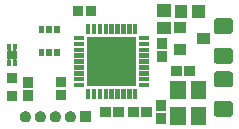
<source format=gts>
G04 #@! TF.GenerationSoftware,KiCad,Pcbnew,5.0.0-rc3+dfsg1-2*
G04 #@! TF.CreationDate,2018-08-09T17:57:03+09:00*
G04 #@! TF.ProjectId,fst-01,6673742D30312E6B696361645F706362,rev?*
G04 #@! TF.SameCoordinates,PX791ddc0PY5e69114*
G04 #@! TF.FileFunction,Soldermask,Top*
G04 #@! TF.FilePolarity,Negative*
%FSLAX46Y46*%
G04 Gerber Fmt 4.6, Leading zero omitted, Abs format (unit mm)*
G04 Created by KiCad (PCBNEW 5.0.0-rc3+dfsg1-2) date Thu Aug  9 17:57:03 2018*
%MOMM*%
%LPD*%
G01*
G04 APERTURE LIST*
%ADD10C,0.150000*%
G04 APERTURE END LIST*
D10*
G36*
X-676000Y-4878020D02*
X-2022200Y-4878020D01*
X-2022200Y-3328620D01*
X-676000Y-3328620D01*
X-676000Y-4878020D01*
X-676000Y-4878020D01*
G37*
G36*
X-2377800Y-4878020D02*
X-3724000Y-4878020D01*
X-3724000Y-3328620D01*
X-2377800Y-3328620D01*
X-2377800Y-4878020D01*
X-2377800Y-4878020D01*
G37*
G36*
X-4124550Y-4809340D02*
X-4975450Y-4809340D01*
X-4975450Y-3894940D01*
X-4124550Y-3894940D01*
X-4124550Y-4809340D01*
X-4124550Y-4809340D01*
G37*
G36*
X-15863098Y-3720400D02*
X-15831083Y-3733661D01*
X-15776436Y-3756296D01*
X-15776435Y-3756297D01*
X-15698440Y-3808411D01*
X-15632111Y-3874740D01*
X-15595487Y-3929553D01*
X-15579996Y-3952736D01*
X-15573887Y-3967485D01*
X-15544100Y-4039398D01*
X-15525800Y-4131398D01*
X-15525800Y-4225202D01*
X-15544100Y-4317202D01*
X-15544102Y-4317206D01*
X-15579996Y-4403864D01*
X-15579997Y-4403865D01*
X-15632111Y-4481860D01*
X-15698440Y-4548189D01*
X-15757003Y-4587319D01*
X-15776436Y-4600304D01*
X-15831083Y-4622939D01*
X-15863098Y-4636200D01*
X-15955098Y-4654500D01*
X-16048902Y-4654500D01*
X-16140902Y-4636200D01*
X-16172917Y-4622939D01*
X-16227564Y-4600304D01*
X-16246997Y-4587319D01*
X-16305560Y-4548189D01*
X-16371889Y-4481860D01*
X-16424003Y-4403865D01*
X-16424004Y-4403864D01*
X-16459898Y-4317206D01*
X-16459900Y-4317202D01*
X-16478200Y-4225202D01*
X-16478200Y-4131398D01*
X-16459900Y-4039398D01*
X-16430113Y-3967485D01*
X-16424004Y-3952736D01*
X-16408513Y-3929553D01*
X-16371889Y-3874740D01*
X-16305560Y-3808411D01*
X-16227565Y-3756297D01*
X-16227564Y-3756296D01*
X-16172917Y-3733661D01*
X-16140902Y-3720400D01*
X-16048902Y-3702100D01*
X-15955098Y-3702100D01*
X-15863098Y-3720400D01*
X-15863098Y-3720400D01*
G37*
G36*
X-14593098Y-3720400D02*
X-14561083Y-3733661D01*
X-14506436Y-3756296D01*
X-14506435Y-3756297D01*
X-14428440Y-3808411D01*
X-14362111Y-3874740D01*
X-14325487Y-3929553D01*
X-14309996Y-3952736D01*
X-14303887Y-3967485D01*
X-14274100Y-4039398D01*
X-14255800Y-4131398D01*
X-14255800Y-4225202D01*
X-14274100Y-4317202D01*
X-14274102Y-4317206D01*
X-14309996Y-4403864D01*
X-14309997Y-4403865D01*
X-14362111Y-4481860D01*
X-14428440Y-4548189D01*
X-14487003Y-4587319D01*
X-14506436Y-4600304D01*
X-14561083Y-4622939D01*
X-14593098Y-4636200D01*
X-14685098Y-4654500D01*
X-14778902Y-4654500D01*
X-14870902Y-4636200D01*
X-14902917Y-4622939D01*
X-14957564Y-4600304D01*
X-14976997Y-4587319D01*
X-15035560Y-4548189D01*
X-15101889Y-4481860D01*
X-15154003Y-4403865D01*
X-15154004Y-4403864D01*
X-15189898Y-4317206D01*
X-15189900Y-4317202D01*
X-15208200Y-4225202D01*
X-15208200Y-4131398D01*
X-15189900Y-4039398D01*
X-15160113Y-3967485D01*
X-15154004Y-3952736D01*
X-15138513Y-3929553D01*
X-15101889Y-3874740D01*
X-15035560Y-3808411D01*
X-14957565Y-3756297D01*
X-14957564Y-3756296D01*
X-14902917Y-3733661D01*
X-14870902Y-3720400D01*
X-14778902Y-3702100D01*
X-14685098Y-3702100D01*
X-14593098Y-3720400D01*
X-14593098Y-3720400D01*
G37*
G36*
X-13323098Y-3720400D02*
X-13291083Y-3733661D01*
X-13236436Y-3756296D01*
X-13236435Y-3756297D01*
X-13158440Y-3808411D01*
X-13092111Y-3874740D01*
X-13055487Y-3929553D01*
X-13039996Y-3952736D01*
X-13033887Y-3967485D01*
X-13004100Y-4039398D01*
X-12985800Y-4131398D01*
X-12985800Y-4225202D01*
X-13004100Y-4317202D01*
X-13004102Y-4317206D01*
X-13039996Y-4403864D01*
X-13039997Y-4403865D01*
X-13092111Y-4481860D01*
X-13158440Y-4548189D01*
X-13217003Y-4587319D01*
X-13236436Y-4600304D01*
X-13291083Y-4622939D01*
X-13323098Y-4636200D01*
X-13415098Y-4654500D01*
X-13508902Y-4654500D01*
X-13600902Y-4636200D01*
X-13632917Y-4622939D01*
X-13687564Y-4600304D01*
X-13706997Y-4587319D01*
X-13765560Y-4548189D01*
X-13831889Y-4481860D01*
X-13884003Y-4403865D01*
X-13884004Y-4403864D01*
X-13919898Y-4317206D01*
X-13919900Y-4317202D01*
X-13938200Y-4225202D01*
X-13938200Y-4131398D01*
X-13919900Y-4039398D01*
X-13890113Y-3967485D01*
X-13884004Y-3952736D01*
X-13868513Y-3929553D01*
X-13831889Y-3874740D01*
X-13765560Y-3808411D01*
X-13687565Y-3756297D01*
X-13687564Y-3756296D01*
X-13632917Y-3733661D01*
X-13600902Y-3720400D01*
X-13508902Y-3702100D01*
X-13415098Y-3702100D01*
X-13323098Y-3720400D01*
X-13323098Y-3720400D01*
G37*
G36*
X-12053098Y-3720400D02*
X-12021083Y-3733661D01*
X-11966436Y-3756296D01*
X-11966435Y-3756297D01*
X-11888440Y-3808411D01*
X-11822111Y-3874740D01*
X-11785487Y-3929553D01*
X-11769996Y-3952736D01*
X-11763887Y-3967485D01*
X-11734100Y-4039398D01*
X-11715800Y-4131398D01*
X-11715800Y-4225202D01*
X-11734100Y-4317202D01*
X-11734102Y-4317206D01*
X-11769996Y-4403864D01*
X-11769997Y-4403865D01*
X-11822111Y-4481860D01*
X-11888440Y-4548189D01*
X-11947003Y-4587319D01*
X-11966436Y-4600304D01*
X-12021083Y-4622939D01*
X-12053098Y-4636200D01*
X-12145098Y-4654500D01*
X-12238902Y-4654500D01*
X-12330902Y-4636200D01*
X-12362917Y-4622939D01*
X-12417564Y-4600304D01*
X-12436997Y-4587319D01*
X-12495560Y-4548189D01*
X-12561889Y-4481860D01*
X-12614003Y-4403865D01*
X-12614004Y-4403864D01*
X-12649898Y-4317206D01*
X-12649900Y-4317202D01*
X-12668200Y-4225202D01*
X-12668200Y-4131398D01*
X-12649900Y-4039398D01*
X-12620113Y-3967485D01*
X-12614004Y-3952736D01*
X-12598513Y-3929553D01*
X-12561889Y-3874740D01*
X-12495560Y-3808411D01*
X-12417565Y-3756297D01*
X-12417564Y-3756296D01*
X-12362917Y-3733661D01*
X-12330902Y-3720400D01*
X-12238902Y-3702100D01*
X-12145098Y-3702100D01*
X-12053098Y-3720400D01*
X-12053098Y-3720400D01*
G37*
G36*
X-10445800Y-4654500D02*
X-11398200Y-4654500D01*
X-11398200Y-3702100D01*
X-10445800Y-3702100D01*
X-10445800Y-4654500D01*
X-10445800Y-4654500D01*
G37*
G36*
X-7694160Y-4178950D02*
X-8608560Y-4178950D01*
X-8608560Y-3328050D01*
X-7694160Y-3328050D01*
X-7694160Y-4178950D01*
X-7694160Y-4178950D01*
G37*
G36*
X-5294160Y-4178950D02*
X-6208560Y-4178950D01*
X-6208560Y-3328050D01*
X-5294160Y-3328050D01*
X-5294160Y-4178950D01*
X-5294160Y-4178950D01*
G37*
G36*
X-6391440Y-4178950D02*
X-7305840Y-4178950D01*
X-7305840Y-3328050D01*
X-6391440Y-3328050D01*
X-6391440Y-4178950D01*
X-6391440Y-4178950D01*
G37*
G36*
X-8791440Y-4178950D02*
X-9705840Y-4178950D01*
X-9705840Y-3328050D01*
X-8791440Y-3328050D01*
X-8791440Y-4178950D01*
X-8791440Y-4178950D01*
G37*
G36*
X1329553Y-2829988D02*
X1386968Y-2847404D01*
X1439877Y-2875684D01*
X1486254Y-2913746D01*
X1524316Y-2960123D01*
X1552596Y-3013032D01*
X1570012Y-3070447D01*
X1576200Y-3133267D01*
X1576200Y-3866733D01*
X1570012Y-3929553D01*
X1552596Y-3986968D01*
X1524316Y-4039877D01*
X1486254Y-4086254D01*
X1439877Y-4124316D01*
X1386968Y-4152596D01*
X1329553Y-4170012D01*
X1266733Y-4176200D01*
X233267Y-4176200D01*
X170447Y-4170012D01*
X113032Y-4152596D01*
X60123Y-4124316D01*
X13746Y-4086254D01*
X-24316Y-4039877D01*
X-52596Y-3986968D01*
X-70012Y-3929553D01*
X-76200Y-3866733D01*
X-76200Y-3133267D01*
X-70012Y-3070447D01*
X-52596Y-3013032D01*
X-24316Y-2960123D01*
X13746Y-2913746D01*
X60123Y-2875684D01*
X113032Y-2847404D01*
X170447Y-2829988D01*
X233267Y-2823800D01*
X1266733Y-2823800D01*
X1329553Y-2829988D01*
X1329553Y-2829988D01*
G37*
G36*
X-4124550Y-3712060D02*
X-4975450Y-3712060D01*
X-4975450Y-2797660D01*
X-4124550Y-2797660D01*
X-4124550Y-3712060D01*
X-4124550Y-3712060D01*
G37*
G36*
X-15374550Y-2859340D02*
X-16225450Y-2859340D01*
X-16225450Y-1944940D01*
X-15374550Y-1944940D01*
X-15374550Y-2859340D01*
X-15374550Y-2859340D01*
G37*
G36*
X-16673800Y-2829000D02*
X-17526200Y-2829000D01*
X-17526200Y-1976600D01*
X-16673800Y-1976600D01*
X-16673800Y-2829000D01*
X-16673800Y-2829000D01*
G37*
G36*
X-12574550Y-2783840D02*
X-13425450Y-2783840D01*
X-13425450Y-1869440D01*
X-12574550Y-1869440D01*
X-12574550Y-2783840D01*
X-12574550Y-2783840D01*
G37*
G36*
X-10515000Y-2703500D02*
X-10885000Y-2703500D01*
X-10885000Y-1853500D01*
X-10515000Y-1853500D01*
X-10515000Y-2703500D01*
X-10515000Y-2703500D01*
G37*
G36*
X-10015000Y-2703500D02*
X-10385000Y-2703500D01*
X-10385000Y-1853500D01*
X-10015000Y-1853500D01*
X-10015000Y-2703500D01*
X-10015000Y-2703500D01*
G37*
G36*
X-7515000Y-2703500D02*
X-7885000Y-2703500D01*
X-7885000Y-1853500D01*
X-7515000Y-1853500D01*
X-7515000Y-2703500D01*
X-7515000Y-2703500D01*
G37*
G36*
X-9515000Y-2703500D02*
X-9885000Y-2703500D01*
X-9885000Y-1853500D01*
X-9515000Y-1853500D01*
X-9515000Y-2703500D01*
X-9515000Y-2703500D01*
G37*
G36*
X-9015000Y-2703500D02*
X-9385000Y-2703500D01*
X-9385000Y-1853500D01*
X-9015000Y-1853500D01*
X-9015000Y-2703500D01*
X-9015000Y-2703500D01*
G37*
G36*
X-8515000Y-2703500D02*
X-8885000Y-2703500D01*
X-8885000Y-1853500D01*
X-8515000Y-1853500D01*
X-8515000Y-2703500D01*
X-8515000Y-2703500D01*
G37*
G36*
X-7015000Y-2703500D02*
X-7385000Y-2703500D01*
X-7385000Y-1853500D01*
X-7015000Y-1853500D01*
X-7015000Y-2703500D01*
X-7015000Y-2703500D01*
G37*
G36*
X-6515000Y-2703500D02*
X-6885000Y-2703500D01*
X-6885000Y-1853500D01*
X-6515000Y-1853500D01*
X-6515000Y-2703500D01*
X-6515000Y-2703500D01*
G37*
G36*
X-8015000Y-2703500D02*
X-8385000Y-2703500D01*
X-8385000Y-1853500D01*
X-8015000Y-1853500D01*
X-8015000Y-2703500D01*
X-8015000Y-2703500D01*
G37*
G36*
X-2377800Y-2678380D02*
X-3724000Y-2678380D01*
X-3724000Y-1128980D01*
X-2377800Y-1128980D01*
X-2377800Y-2678380D01*
X-2377800Y-2678380D01*
G37*
G36*
X-676000Y-2678380D02*
X-2022200Y-2678380D01*
X-2022200Y-1128980D01*
X-676000Y-1128980D01*
X-676000Y-2678380D01*
X-676000Y-2678380D01*
G37*
G36*
X-15374550Y-1762060D02*
X-16225450Y-1762060D01*
X-16225450Y-847660D01*
X-15374550Y-847660D01*
X-15374550Y-1762060D01*
X-15374550Y-1762060D01*
G37*
G36*
X-5500000Y-1688500D02*
X-6350000Y-1688500D01*
X-6350000Y-1318500D01*
X-5500000Y-1318500D01*
X-5500000Y-1688500D01*
X-5500000Y-1688500D01*
G37*
G36*
X-11050000Y-1688500D02*
X-11900000Y-1688500D01*
X-11900000Y-1318500D01*
X-11050000Y-1318500D01*
X-11050000Y-1688500D01*
X-11050000Y-1688500D01*
G37*
G36*
X-12574550Y-1686560D02*
X-13425450Y-1686560D01*
X-13425450Y-772160D01*
X-12574550Y-772160D01*
X-12574550Y-1686560D01*
X-12574550Y-1686560D01*
G37*
G36*
X1329553Y-329988D02*
X1386968Y-347404D01*
X1439877Y-375684D01*
X1486254Y-413746D01*
X1524316Y-460123D01*
X1552596Y-513032D01*
X1570012Y-570447D01*
X1576200Y-633267D01*
X1576200Y-1366733D01*
X1570012Y-1429553D01*
X1552596Y-1486968D01*
X1524316Y-1539877D01*
X1486254Y-1586254D01*
X1439877Y-1624316D01*
X1386968Y-1652596D01*
X1329553Y-1670012D01*
X1266733Y-1676200D01*
X233267Y-1676200D01*
X170447Y-1670012D01*
X113032Y-1652596D01*
X60123Y-1624316D01*
X13746Y-1586254D01*
X-24316Y-1539877D01*
X-52596Y-1486968D01*
X-70012Y-1429553D01*
X-76200Y-1366733D01*
X-76200Y-633267D01*
X-70012Y-570447D01*
X-52596Y-513032D01*
X-24316Y-460123D01*
X13746Y-413746D01*
X60123Y-375684D01*
X113032Y-347404D01*
X170447Y-329988D01*
X233267Y-323800D01*
X1266733Y-323800D01*
X1329553Y-329988D01*
X1329553Y-329988D01*
G37*
G36*
X-6650000Y-1553500D02*
X-10750000Y-1553500D01*
X-10750000Y2546500D01*
X-6650000Y2546500D01*
X-6650000Y-1553500D01*
X-6650000Y-1553500D01*
G37*
G36*
X-16673800Y-1330400D02*
X-17526200Y-1330400D01*
X-17526200Y-478000D01*
X-16673800Y-478000D01*
X-16673800Y-1330400D01*
X-16673800Y-1330400D01*
G37*
G36*
X-11050000Y-1188500D02*
X-11900000Y-1188500D01*
X-11900000Y-818500D01*
X-11050000Y-818500D01*
X-11050000Y-1188500D01*
X-11050000Y-1188500D01*
G37*
G36*
X-5500000Y-1188500D02*
X-6350000Y-1188500D01*
X-6350000Y-818500D01*
X-5500000Y-818500D01*
X-5500000Y-1188500D01*
X-5500000Y-1188500D01*
G37*
G36*
X-2741440Y-728950D02*
X-3655840Y-728950D01*
X-3655840Y121950D01*
X-2741440Y121950D01*
X-2741440Y-728950D01*
X-2741440Y-728950D01*
G37*
G36*
X-1644160Y-728950D02*
X-2558560Y-728950D01*
X-2558560Y121950D01*
X-1644160Y121950D01*
X-1644160Y-728950D01*
X-1644160Y-728950D01*
G37*
G36*
X-5500000Y-688500D02*
X-6350000Y-688500D01*
X-6350000Y-318500D01*
X-5500000Y-318500D01*
X-5500000Y-688500D01*
X-5500000Y-688500D01*
G37*
G36*
X-11050000Y-688500D02*
X-11900000Y-688500D01*
X-11900000Y-318500D01*
X-11050000Y-318500D01*
X-11050000Y-688500D01*
X-11050000Y-688500D01*
G37*
G36*
X-11050000Y-188500D02*
X-11900000Y-188500D01*
X-11900000Y181500D01*
X-11050000Y181500D01*
X-11050000Y-188500D01*
X-11050000Y-188500D01*
G37*
G36*
X-5500000Y-188500D02*
X-6350000Y-188500D01*
X-6350000Y181500D01*
X-5500000Y181500D01*
X-5500000Y-188500D01*
X-5500000Y-188500D01*
G37*
G36*
X-17273898Y2015572D02*
X-17264904Y2012844D01*
X-17256614Y2008413D01*
X-17249349Y2002451D01*
X-17243387Y1995186D01*
X-17238956Y1986896D01*
X-17236228Y1977902D01*
X-17235000Y1965434D01*
X-17235000Y1568166D01*
X-17236228Y1555698D01*
X-17238956Y1546704D01*
X-17243387Y1538414D01*
X-17249349Y1531149D01*
X-17251499Y1529385D01*
X-17260301Y1520583D01*
X-17267217Y1510233D01*
X-17271980Y1498732D01*
X-17274408Y1486523D01*
X-17274408Y1474075D01*
X-17271979Y1461866D01*
X-17267215Y1450365D01*
X-17260299Y1440015D01*
X-17251497Y1431213D01*
X-17241147Y1424297D01*
X-17229646Y1419534D01*
X-17211214Y1416800D01*
X-17078786Y1416800D01*
X-17066398Y1418020D01*
X-17054486Y1421634D01*
X-17043507Y1427502D01*
X-17033885Y1435399D01*
X-17025988Y1445021D01*
X-17020120Y1456000D01*
X-17016506Y1467912D01*
X-17015286Y1480300D01*
X-17016506Y1492688D01*
X-17020120Y1504600D01*
X-17025988Y1515579D01*
X-17038501Y1529385D01*
X-17040651Y1531149D01*
X-17046613Y1538414D01*
X-17051044Y1546704D01*
X-17053772Y1555698D01*
X-17055000Y1568166D01*
X-17055000Y1965434D01*
X-17053772Y1977902D01*
X-17051044Y1986896D01*
X-17046613Y1995186D01*
X-17040651Y2002451D01*
X-17033386Y2008413D01*
X-17025096Y2012844D01*
X-17016102Y2015572D01*
X-17003634Y2016800D01*
X-16786366Y2016800D01*
X-16773898Y2015572D01*
X-16764904Y2012844D01*
X-16756614Y2008413D01*
X-16749349Y2002451D01*
X-16743387Y1995186D01*
X-16738956Y1986896D01*
X-16736228Y1977902D01*
X-16735000Y1965434D01*
X-16735000Y1568166D01*
X-16736228Y1555698D01*
X-16738956Y1546704D01*
X-16743387Y1538414D01*
X-16749349Y1531149D01*
X-16756614Y1525187D01*
X-16764902Y1520757D01*
X-16767520Y1519963D01*
X-16779021Y1515200D01*
X-16789372Y1508285D01*
X-16798175Y1499483D01*
X-16805091Y1489133D01*
X-16809856Y1477633D01*
X-16812285Y1465424D01*
X-16812286Y1452976D01*
X-16809858Y1440767D01*
X-16805095Y1429266D01*
X-16798180Y1418915D01*
X-16789378Y1410112D01*
X-16779025Y1403194D01*
X-16758835Y1392402D01*
X-16737174Y1374626D01*
X-16719398Y1352965D01*
X-16706189Y1328252D01*
X-16698054Y1301435D01*
X-16695000Y1270432D01*
X-16695000Y863168D01*
X-16698054Y832165D01*
X-16706189Y805348D01*
X-16719398Y780635D01*
X-16737174Y758974D01*
X-16758835Y741198D01*
X-16779025Y730406D01*
X-16789376Y723490D01*
X-16798178Y714687D01*
X-16805093Y704337D01*
X-16809857Y692836D01*
X-16812285Y680627D01*
X-16812285Y668179D01*
X-16809856Y655970D01*
X-16805093Y644470D01*
X-16798177Y634119D01*
X-16789374Y625317D01*
X-16779024Y618402D01*
X-16767520Y613637D01*
X-16764902Y612843D01*
X-16756614Y608413D01*
X-16749349Y602451D01*
X-16743387Y595186D01*
X-16738956Y586896D01*
X-16736228Y577902D01*
X-16735000Y565434D01*
X-16735000Y168166D01*
X-16736228Y155698D01*
X-16738956Y146704D01*
X-16743387Y138414D01*
X-16749349Y131149D01*
X-16756614Y125187D01*
X-16764904Y120756D01*
X-16773898Y118028D01*
X-16786366Y116800D01*
X-17003634Y116800D01*
X-17016102Y118028D01*
X-17025096Y120756D01*
X-17033386Y125187D01*
X-17040651Y131149D01*
X-17046613Y138414D01*
X-17051044Y146704D01*
X-17053772Y155698D01*
X-17055000Y168166D01*
X-17055000Y565434D01*
X-17053772Y577902D01*
X-17051044Y586896D01*
X-17046613Y595186D01*
X-17040651Y602451D01*
X-17038501Y604215D01*
X-17029699Y613017D01*
X-17022783Y623367D01*
X-17018020Y634868D01*
X-17015592Y647077D01*
X-17015592Y659525D01*
X-17018021Y671734D01*
X-17022785Y683235D01*
X-17029701Y693585D01*
X-17038503Y702387D01*
X-17048853Y709303D01*
X-17060354Y714066D01*
X-17078786Y716800D01*
X-17211214Y716800D01*
X-17223602Y715580D01*
X-17235514Y711966D01*
X-17246493Y706098D01*
X-17256115Y698201D01*
X-17264012Y688579D01*
X-17269880Y677600D01*
X-17273494Y665688D01*
X-17274714Y653300D01*
X-17273494Y640912D01*
X-17269880Y629000D01*
X-17264012Y618021D01*
X-17251499Y604215D01*
X-17249349Y602451D01*
X-17243387Y595186D01*
X-17238956Y586896D01*
X-17236228Y577902D01*
X-17235000Y565434D01*
X-17235000Y168166D01*
X-17236228Y155698D01*
X-17238956Y146704D01*
X-17243387Y138414D01*
X-17249349Y131149D01*
X-17256614Y125187D01*
X-17264904Y120756D01*
X-17273898Y118028D01*
X-17286366Y116800D01*
X-17503634Y116800D01*
X-17516102Y118028D01*
X-17525096Y120756D01*
X-17533386Y125187D01*
X-17540651Y131149D01*
X-17546613Y138414D01*
X-17551044Y146704D01*
X-17553772Y155698D01*
X-17555000Y168166D01*
X-17555000Y565434D01*
X-17553772Y577902D01*
X-17551044Y586896D01*
X-17546613Y595186D01*
X-17540651Y602451D01*
X-17533386Y608413D01*
X-17525098Y612843D01*
X-17522480Y613637D01*
X-17510979Y618400D01*
X-17500628Y625315D01*
X-17491825Y634117D01*
X-17484909Y644467D01*
X-17480144Y655967D01*
X-17477715Y668176D01*
X-17477714Y680624D01*
X-17480142Y692833D01*
X-17484905Y704334D01*
X-17491820Y714685D01*
X-17500622Y723488D01*
X-17510975Y730406D01*
X-17531165Y741198D01*
X-17552826Y758974D01*
X-17570602Y780635D01*
X-17583811Y805348D01*
X-17591946Y832165D01*
X-17595000Y863168D01*
X-17595000Y1270432D01*
X-17591946Y1301435D01*
X-17583811Y1328252D01*
X-17570602Y1352965D01*
X-17552826Y1374626D01*
X-17531165Y1392402D01*
X-17510975Y1403194D01*
X-17500624Y1410110D01*
X-17491822Y1418913D01*
X-17484907Y1429263D01*
X-17480143Y1440764D01*
X-17477715Y1452973D01*
X-17477715Y1465421D01*
X-17480144Y1477630D01*
X-17484907Y1489130D01*
X-17491823Y1499481D01*
X-17500626Y1508283D01*
X-17510976Y1515198D01*
X-17522480Y1519963D01*
X-17525098Y1520757D01*
X-17533386Y1525187D01*
X-17540651Y1531149D01*
X-17546613Y1538414D01*
X-17551044Y1546704D01*
X-17553772Y1555698D01*
X-17555000Y1568166D01*
X-17555000Y1965434D01*
X-17553772Y1977902D01*
X-17551044Y1986896D01*
X-17546613Y1995186D01*
X-17540651Y2002451D01*
X-17533386Y2008413D01*
X-17525096Y2012844D01*
X-17516102Y2015572D01*
X-17503634Y2016800D01*
X-17286366Y2016800D01*
X-17273898Y2015572D01*
X-17273898Y2015572D01*
G37*
G36*
X-11050000Y311500D02*
X-11900000Y311500D01*
X-11900000Y681500D01*
X-11050000Y681500D01*
X-11050000Y311500D01*
X-11050000Y311500D01*
G37*
G36*
X-5500000Y311500D02*
X-6350000Y311500D01*
X-6350000Y681500D01*
X-5500000Y681500D01*
X-5500000Y311500D01*
X-5500000Y311500D01*
G37*
G36*
X1329553Y1670012D02*
X1386968Y1652596D01*
X1439877Y1624316D01*
X1486254Y1586254D01*
X1524316Y1539877D01*
X1552596Y1486968D01*
X1570012Y1429553D01*
X1576200Y1366733D01*
X1576200Y633267D01*
X1570012Y570447D01*
X1552596Y513032D01*
X1524316Y460123D01*
X1486254Y413746D01*
X1439877Y375684D01*
X1386968Y347404D01*
X1329553Y329988D01*
X1266733Y323800D01*
X233267Y323800D01*
X170447Y329988D01*
X113032Y347404D01*
X60123Y375684D01*
X13746Y413746D01*
X-24316Y460123D01*
X-52596Y513032D01*
X-70012Y570447D01*
X-76200Y633267D01*
X-76200Y1366733D01*
X-70012Y1429553D01*
X-52596Y1486968D01*
X-24316Y1539877D01*
X13746Y1586254D01*
X60123Y1624316D01*
X113032Y1652596D01*
X170447Y1670012D01*
X233267Y1676200D01*
X1266733Y1676200D01*
X1329553Y1670012D01*
X1329553Y1670012D01*
G37*
G36*
X-3974550Y454660D02*
X-4825450Y454660D01*
X-4825450Y1369060D01*
X-3974550Y1369060D01*
X-3974550Y454660D01*
X-3974550Y454660D01*
G37*
G36*
X-5500000Y811500D02*
X-6350000Y811500D01*
X-6350000Y1181500D01*
X-5500000Y1181500D01*
X-5500000Y811500D01*
X-5500000Y811500D01*
G37*
G36*
X-11050000Y811500D02*
X-11900000Y811500D01*
X-11900000Y1181500D01*
X-11050000Y1181500D01*
X-11050000Y811500D01*
X-11050000Y811500D01*
G37*
G36*
X-13112270Y998250D02*
X-13587250Y998250D01*
X-13587250Y1574830D01*
X-13112270Y1574830D01*
X-13112270Y998250D01*
X-13112270Y998250D01*
G37*
G36*
X-14412750Y998250D02*
X-14887730Y998250D01*
X-14887730Y1574830D01*
X-14412750Y1574830D01*
X-14412750Y998250D01*
X-14412750Y998250D01*
G37*
G36*
X-13762510Y998250D02*
X-14237490Y998250D01*
X-14237490Y1574830D01*
X-13762510Y1574830D01*
X-13762510Y998250D01*
X-13762510Y998250D01*
G37*
G36*
X-2404200Y1012200D02*
X-3456600Y1012200D01*
X-3456600Y1964600D01*
X-2404200Y1964600D01*
X-2404200Y1012200D01*
X-2404200Y1012200D01*
G37*
G36*
X-5500000Y1311500D02*
X-6350000Y1311500D01*
X-6350000Y1681500D01*
X-5500000Y1681500D01*
X-5500000Y1311500D01*
X-5500000Y1311500D01*
G37*
G36*
X-11050000Y1311500D02*
X-11900000Y1311500D01*
X-11900000Y1681500D01*
X-11050000Y1681500D01*
X-11050000Y1311500D01*
X-11050000Y1311500D01*
G37*
G36*
X-3974550Y1551940D02*
X-4825450Y1551940D01*
X-4825450Y2466340D01*
X-3974550Y2466340D01*
X-3974550Y1551940D01*
X-3974550Y1551940D01*
G37*
G36*
X-5500000Y1811500D02*
X-6350000Y1811500D01*
X-6350000Y2181500D01*
X-5500000Y2181500D01*
X-5500000Y1811500D01*
X-5500000Y1811500D01*
G37*
G36*
X-11050000Y1811500D02*
X-11900000Y1811500D01*
X-11900000Y2181500D01*
X-11050000Y2181500D01*
X-11050000Y1811500D01*
X-11050000Y1811500D01*
G37*
G36*
X-404200Y1962200D02*
X-1456600Y1962200D01*
X-1456600Y2914600D01*
X-404200Y2914600D01*
X-404200Y1962200D01*
X-404200Y1962200D01*
G37*
G36*
X-11050000Y2311500D02*
X-11900000Y2311500D01*
X-11900000Y2681500D01*
X-11050000Y2681500D01*
X-11050000Y2311500D01*
X-11050000Y2311500D01*
G37*
G36*
X-5500000Y2311500D02*
X-6350000Y2311500D01*
X-6350000Y2681500D01*
X-5500000Y2681500D01*
X-5500000Y2311500D01*
X-5500000Y2311500D01*
G37*
G36*
X-3673420Y2798880D02*
X-4826580Y2798880D01*
X-4826580Y3850440D01*
X-3673420Y3850440D01*
X-3673420Y2798880D01*
X-3673420Y2798880D01*
G37*
G36*
X1329553Y4170132D02*
X1386968Y4152716D01*
X1439877Y4124436D01*
X1486254Y4086374D01*
X1524316Y4039997D01*
X1552596Y3987088D01*
X1570012Y3929673D01*
X1576200Y3866853D01*
X1576200Y3133387D01*
X1570012Y3070567D01*
X1552596Y3013152D01*
X1524316Y2960243D01*
X1486254Y2913866D01*
X1439877Y2875804D01*
X1386968Y2847524D01*
X1329553Y2830108D01*
X1266733Y2823920D01*
X233267Y2823920D01*
X170447Y2830108D01*
X113032Y2847524D01*
X60123Y2875804D01*
X13746Y2913866D01*
X-24316Y2960243D01*
X-52596Y3013152D01*
X-70012Y3070567D01*
X-76200Y3133387D01*
X-76200Y3866853D01*
X-70012Y3929673D01*
X-52596Y3987088D01*
X-24316Y4039997D01*
X13746Y4086374D01*
X60123Y4124436D01*
X113032Y4152716D01*
X170447Y4170132D01*
X233267Y4176320D01*
X1266733Y4176320D01*
X1329553Y4170132D01*
X1329553Y4170132D01*
G37*
G36*
X-10515000Y2846500D02*
X-10885000Y2846500D01*
X-10885000Y3696500D01*
X-10515000Y3696500D01*
X-10515000Y2846500D01*
X-10515000Y2846500D01*
G37*
G36*
X-6515000Y2846500D02*
X-6885000Y2846500D01*
X-6885000Y3696500D01*
X-6515000Y3696500D01*
X-6515000Y2846500D01*
X-6515000Y2846500D01*
G37*
G36*
X-10015000Y2846500D02*
X-10385000Y2846500D01*
X-10385000Y3696500D01*
X-10015000Y3696500D01*
X-10015000Y2846500D01*
X-10015000Y2846500D01*
G37*
G36*
X-9515000Y2846500D02*
X-9885000Y2846500D01*
X-9885000Y3696500D01*
X-9515000Y3696500D01*
X-9515000Y2846500D01*
X-9515000Y2846500D01*
G37*
G36*
X-9015000Y2846500D02*
X-9385000Y2846500D01*
X-9385000Y3696500D01*
X-9015000Y3696500D01*
X-9015000Y2846500D01*
X-9015000Y2846500D01*
G37*
G36*
X-8515000Y2846500D02*
X-8885000Y2846500D01*
X-8885000Y3696500D01*
X-8515000Y3696500D01*
X-8515000Y2846500D01*
X-8515000Y2846500D01*
G37*
G36*
X-8015000Y2846500D02*
X-8385000Y2846500D01*
X-8385000Y3696500D01*
X-8015000Y3696500D01*
X-8015000Y2846500D01*
X-8015000Y2846500D01*
G37*
G36*
X-7015000Y2846500D02*
X-7385000Y2846500D01*
X-7385000Y3696500D01*
X-7015000Y3696500D01*
X-7015000Y2846500D01*
X-7015000Y2846500D01*
G37*
G36*
X-7515000Y2846500D02*
X-7885000Y2846500D01*
X-7885000Y3696500D01*
X-7515000Y3696500D01*
X-7515000Y2846500D01*
X-7515000Y2846500D01*
G37*
G36*
X-13112270Y2898170D02*
X-13587250Y2898170D01*
X-13587250Y3474750D01*
X-13112270Y3474750D01*
X-13112270Y2898170D01*
X-13112270Y2898170D01*
G37*
G36*
X-13762510Y2898170D02*
X-14237490Y2898170D01*
X-14237490Y3474750D01*
X-13762510Y3474750D01*
X-13762510Y2898170D01*
X-13762510Y2898170D01*
G37*
G36*
X-14412750Y2898170D02*
X-14887730Y2898170D01*
X-14887730Y3474750D01*
X-14412750Y3474750D01*
X-14412750Y2898170D01*
X-14412750Y2898170D01*
G37*
G36*
X-2404200Y2912200D02*
X-3456600Y2912200D01*
X-3456600Y3864600D01*
X-2404200Y3864600D01*
X-2404200Y2912200D01*
X-2404200Y2912200D01*
G37*
G36*
X-2326060Y4169920D02*
X-3377620Y4169920D01*
X-3377620Y5323080D01*
X-2326060Y5323080D01*
X-2326060Y4169920D01*
X-2326060Y4169920D01*
G37*
G36*
X-822380Y4169920D02*
X-1873940Y4169920D01*
X-1873940Y5323080D01*
X-822380Y5323080D01*
X-822380Y4169920D01*
X-822380Y4169920D01*
G37*
G36*
X-3673420Y4302560D02*
X-4826580Y4302560D01*
X-4826580Y5354120D01*
X-3673420Y5354120D01*
X-3673420Y4302560D01*
X-3673420Y4302560D01*
G37*
G36*
X-9994160Y4371050D02*
X-10908560Y4371050D01*
X-10908560Y5221950D01*
X-9994160Y5221950D01*
X-9994160Y4371050D01*
X-9994160Y4371050D01*
G37*
G36*
X-11091440Y4371050D02*
X-12005840Y4371050D01*
X-12005840Y5221950D01*
X-11091440Y5221950D01*
X-11091440Y4371050D01*
X-11091440Y4371050D01*
G37*
M02*

</source>
